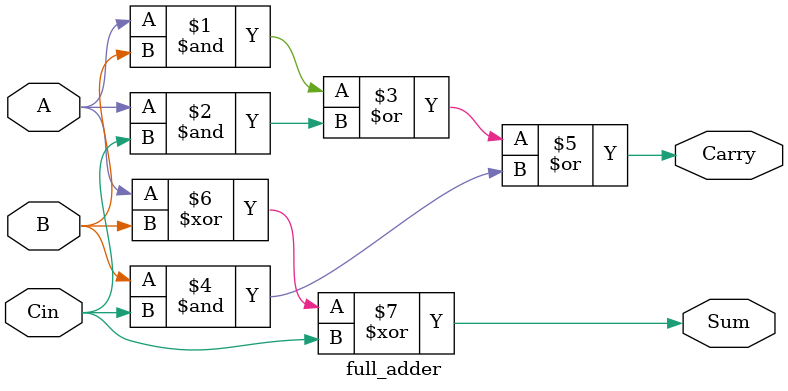
<source format=v>
`timescale 1ns / 1ps


module full_adder(A, B, Cin, Sum, Carry);
    input A, B, Cin;
    output Sum, Carry;
    
    assign Carry = (A & B) | (A & Cin) | (B & Cin);
    assign Sum = A ^ B ^ Cin;
    
endmodule

</source>
